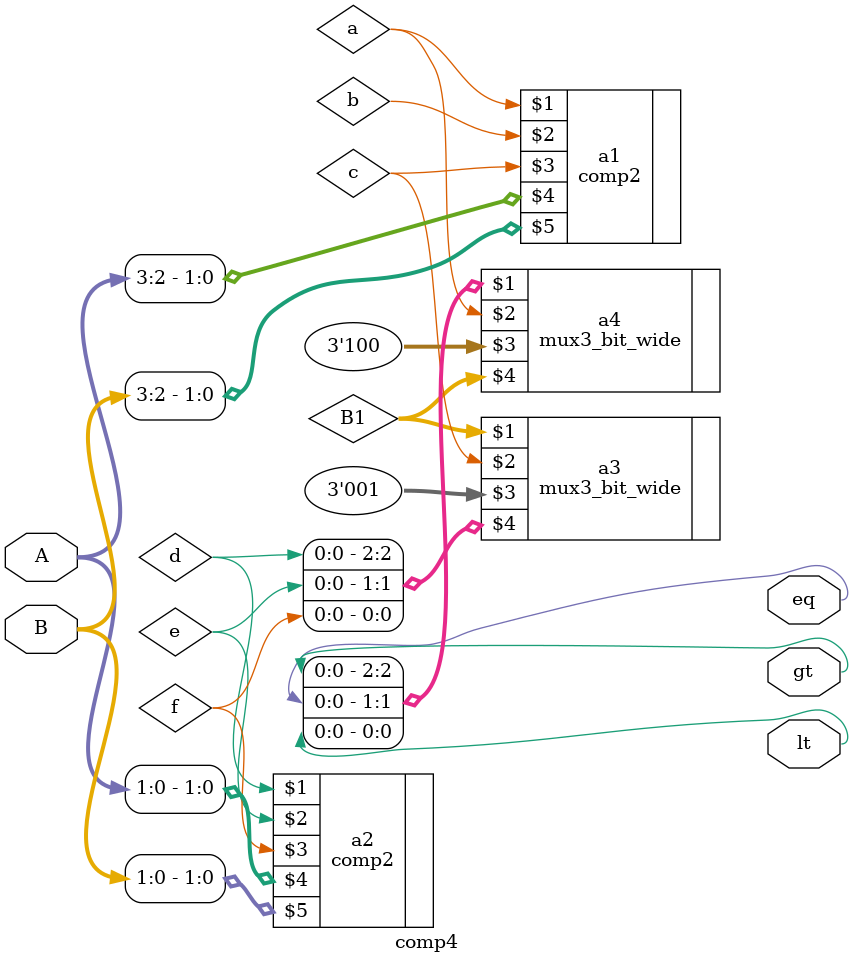
<source format=v>
module comp4(gt,eq,lt,A,B);
input [3:0] A,B;
output gt,eq,lt;
wire [2:0] B1;
comp2 a1(a,b,c,A[3:2],B[3:2]);
comp2 a2(d,e,f,A[1:0],B[1:0]);
mux3_bit_wide a3(B1,c,3'b001,{d,e,f});
mux3_bit_wide a4({gt,eq,lt},a,3'b100,B1);
endmodule
</source>
